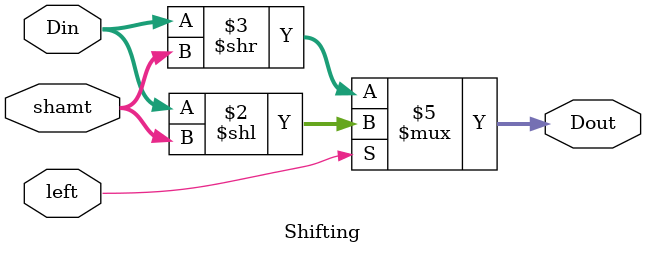
<source format=v>
module Shifting(
    input [31:0] Din,
    input [4:0] shamt,
    input left,
    output reg [31:0] Dout
    );
    
    always @*
      if(left)
        Dout = Din << shamt;
      else
        Dout = Din >> shamt;
endmodule

</source>
